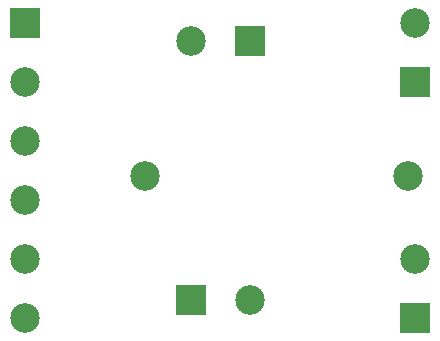
<source format=gts>
%TF.GenerationSoftware,KiCad,Pcbnew,5.1.9*%
%TF.CreationDate,2021-02-07T15:24:09+01:00*%
%TF.ProjectId,detector_wiring,64657465-6374-46f7-925f-776972696e67,rev?*%
%TF.SameCoordinates,Original*%
%TF.FileFunction,Soldermask,Top*%
%TF.FilePolarity,Negative*%
%FSLAX46Y46*%
G04 Gerber Fmt 4.6, Leading zero omitted, Abs format (unit mm)*
G04 Created by KiCad (PCBNEW 5.1.9) date 2021-02-07 15:24:09*
%MOMM*%
%LPD*%
G01*
G04 APERTURE LIST*
%ADD10C,2.500000*%
%ADD11R,2.500000X2.500000*%
G04 APERTURE END LIST*
D10*
%TO.C,H2*%
X121920000Y-93345000D03*
%TD*%
%TO.C,H1*%
X144145000Y-93345000D03*
%TD*%
%TO.C,J5*%
X130810000Y-103910000D03*
D11*
X125810000Y-103910000D03*
%TD*%
D10*
%TO.C,J4*%
X144780000Y-100410000D03*
D11*
X144780000Y-105410000D03*
%TD*%
D10*
%TO.C,J3*%
X144780000Y-80410000D03*
D11*
X144780000Y-85410000D03*
%TD*%
D10*
%TO.C,J2*%
X125810000Y-81910000D03*
D11*
X130810000Y-81910000D03*
%TD*%
D10*
%TO.C,J1*%
X111760000Y-105410000D03*
X111760000Y-100410000D03*
X111760000Y-95410000D03*
X111760000Y-90410000D03*
X111760000Y-85410000D03*
D11*
X111760000Y-80410000D03*
%TD*%
M02*

</source>
